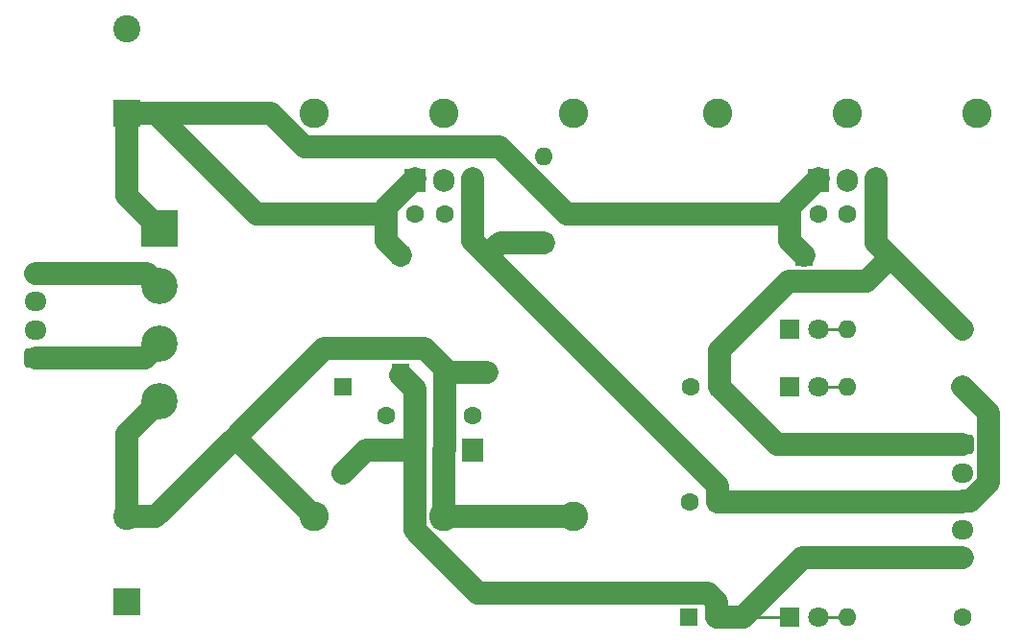
<source format=gtl>
G04 #@! TF.GenerationSoftware,KiCad,Pcbnew,(6.0.11)*
G04 #@! TF.CreationDate,2023-02-03T17:13:14+09:00*
G04 #@! TF.ProjectId,12V_Dual_5V_PSU,3132565f-4475-4616-9c5f-35565f505355,Ver. 1.1*
G04 #@! TF.SameCoordinates,Original*
G04 #@! TF.FileFunction,Copper,L1,Top*
G04 #@! TF.FilePolarity,Positive*
%FSLAX46Y46*%
G04 Gerber Fmt 4.6, Leading zero omitted, Abs format (unit mm)*
G04 Created by KiCad (PCBNEW (6.0.11)) date 2023-02-03 17:13:14*
%MOMM*%
%LPD*%
G01*
G04 APERTURE LIST*
G04 Aperture macros list*
%AMRoundRect*
0 Rectangle with rounded corners*
0 $1 Rounding radius*
0 $2 $3 $4 $5 $6 $7 $8 $9 X,Y pos of 4 corners*
0 Add a 4 corners polygon primitive as box body*
4,1,4,$2,$3,$4,$5,$6,$7,$8,$9,$2,$3,0*
0 Add four circle primitives for the rounded corners*
1,1,$1+$1,$2,$3*
1,1,$1+$1,$4,$5*
1,1,$1+$1,$6,$7*
1,1,$1+$1,$8,$9*
0 Add four rect primitives between the rounded corners*
20,1,$1+$1,$2,$3,$4,$5,0*
20,1,$1+$1,$4,$5,$6,$7,0*
20,1,$1+$1,$6,$7,$8,$9,0*
20,1,$1+$1,$8,$9,$2,$3,0*%
G04 Aperture macros list end*
G04 #@! TA.AperFunction,ComponentPad*
%ADD10C,1.600000*%
G04 #@! TD*
G04 #@! TA.AperFunction,ComponentPad*
%ADD11R,1.600000X1.600000*%
G04 #@! TD*
G04 #@! TA.AperFunction,ComponentPad*
%ADD12O,1.600000X1.600000*%
G04 #@! TD*
G04 #@! TA.AperFunction,ComponentPad*
%ADD13R,3.200000X3.200000*%
G04 #@! TD*
G04 #@! TA.AperFunction,ComponentPad*
%ADD14C,3.200000*%
G04 #@! TD*
G04 #@! TA.AperFunction,ComponentPad*
%ADD15RoundRect,0.250000X-0.725000X0.600000X-0.725000X-0.600000X0.725000X-0.600000X0.725000X0.600000X0*%
G04 #@! TD*
G04 #@! TA.AperFunction,ComponentPad*
%ADD16O,1.950000X1.700000*%
G04 #@! TD*
G04 #@! TA.AperFunction,ComponentPad*
%ADD17R,1.905000X2.000000*%
G04 #@! TD*
G04 #@! TA.AperFunction,ComponentPad*
%ADD18O,1.905000X2.000000*%
G04 #@! TD*
G04 #@! TA.AperFunction,ComponentPad*
%ADD19C,2.600000*%
G04 #@! TD*
G04 #@! TA.AperFunction,ComponentPad*
%ADD20RoundRect,0.250000X0.725000X-0.600000X0.725000X0.600000X-0.725000X0.600000X-0.725000X-0.600000X0*%
G04 #@! TD*
G04 #@! TA.AperFunction,ComponentPad*
%ADD21R,1.800000X1.800000*%
G04 #@! TD*
G04 #@! TA.AperFunction,ComponentPad*
%ADD22C,1.800000*%
G04 #@! TD*
G04 #@! TA.AperFunction,ComponentPad*
%ADD23R,2.400000X2.400000*%
G04 #@! TD*
G04 #@! TA.AperFunction,ComponentPad*
%ADD24C,2.400000*%
G04 #@! TD*
G04 #@! TA.AperFunction,Conductor*
%ADD25C,2.000000*%
G04 #@! TD*
G04 #@! TA.AperFunction,Conductor*
%ADD26C,0.250000*%
G04 #@! TD*
G04 APERTURE END LIST*
D10*
X167640000Y-90170000D03*
X170140000Y-90170000D03*
D11*
X133350000Y-104140000D03*
D12*
X140970000Y-104140000D03*
D10*
X182880000Y-100330000D03*
D12*
X172720000Y-100330000D03*
D11*
X168900000Y-93980000D03*
D12*
X176520000Y-93980000D03*
D13*
X112110000Y-91410000D03*
D14*
X112110000Y-96490000D03*
X112110000Y-101570000D03*
X112110000Y-106650000D03*
D15*
X182880000Y-110490000D03*
D16*
X182880000Y-112990000D03*
X182880000Y-115490000D03*
X182880000Y-117990000D03*
X182880000Y-120490000D03*
D10*
X182880000Y-105410000D03*
D12*
X172720000Y-105410000D03*
D11*
X145900000Y-92710000D03*
D12*
X145900000Y-85090000D03*
D11*
X161400000Y-105410000D03*
D10*
X158900000Y-105410000D03*
D17*
X134620000Y-87195000D03*
D18*
X137160000Y-87195000D03*
X139700000Y-87195000D03*
D10*
X175220000Y-90170000D03*
X172720000Y-90170000D03*
D19*
X172720000Y-81280000D03*
X161290000Y-81280000D03*
X184150000Y-81280000D03*
D20*
X101170000Y-102870000D03*
D16*
X101170000Y-100370000D03*
X101170000Y-97870000D03*
X101170000Y-95370000D03*
D10*
X132080000Y-90170000D03*
X134580000Y-90170000D03*
D11*
X161290000Y-115570000D03*
D10*
X158790000Y-115570000D03*
D11*
X128270000Y-105410000D03*
D12*
X128270000Y-113030000D03*
D21*
X167640000Y-105410000D03*
D22*
X170180000Y-105410000D03*
D10*
X139700000Y-107950000D03*
X137200000Y-107950000D03*
X139700000Y-90170000D03*
X137200000Y-90170000D03*
D17*
X139700000Y-110998000D03*
D18*
X137160000Y-110998000D03*
X134620000Y-110998000D03*
D23*
X109220000Y-124340000D03*
D24*
X109220000Y-116840000D03*
D19*
X137160000Y-81280000D03*
X125730000Y-81280000D03*
X148590000Y-81280000D03*
D21*
X167640000Y-100330000D03*
D22*
X170180000Y-100330000D03*
D11*
X158690000Y-125730000D03*
D10*
X161190000Y-125730000D03*
D17*
X170180000Y-87155000D03*
D18*
X172720000Y-87155000D03*
X175260000Y-87155000D03*
D23*
X109220000Y-81280000D03*
D24*
X109220000Y-73780000D03*
D19*
X137160000Y-116840000D03*
X148590000Y-116840000D03*
X125730000Y-116840000D03*
D10*
X182880000Y-125730000D03*
D12*
X172720000Y-125730000D03*
D11*
X133350000Y-93830000D03*
D12*
X140970000Y-93830000D03*
D21*
X167640000Y-125730000D03*
D22*
X170180000Y-125730000D03*
D10*
X132080000Y-107950000D03*
X134580000Y-107950000D03*
D25*
X167640000Y-92520000D02*
X168900000Y-93780000D01*
X120650000Y-90170000D02*
X111760000Y-81280000D01*
X132080000Y-89535000D02*
X134620000Y-86995000D01*
X167640000Y-90170000D02*
X167640000Y-89595000D01*
X167640000Y-90170000D02*
X167640000Y-92520000D01*
X111760000Y-81280000D02*
X121920000Y-81280000D01*
X148010151Y-90170000D02*
X167640000Y-90170000D01*
X142060302Y-84220151D02*
X148010151Y-90170000D01*
X109220000Y-81280000D02*
X109220000Y-88520000D01*
X132080000Y-90170000D02*
X132080000Y-89535000D01*
X132080000Y-90170000D02*
X120650000Y-90170000D01*
X109220000Y-81280000D02*
X111760000Y-81280000D01*
X124860151Y-84220151D02*
X142060302Y-84220151D01*
X121920000Y-81280000D02*
X124860151Y-84220151D01*
X132080000Y-90170000D02*
X132080000Y-92560000D01*
X132080000Y-92560000D02*
X133350000Y-93830000D01*
X167640000Y-89595000D02*
X170180000Y-87055000D01*
X109220000Y-88520000D02*
X112110000Y-91410000D01*
X135450000Y-102040000D02*
X137200000Y-103790000D01*
X137240000Y-104140000D02*
X137200000Y-104180000D01*
X109220000Y-109540000D02*
X112110000Y-106650000D01*
X137200000Y-107950000D02*
X137200000Y-110958000D01*
X111760000Y-116840000D02*
X118745000Y-109855000D01*
X137160000Y-116840000D02*
X148590000Y-116840000D01*
X109220000Y-116840000D02*
X111760000Y-116840000D01*
X118745000Y-109855000D02*
X126560000Y-102040000D01*
X137200000Y-110958000D02*
X137160000Y-110998000D01*
X137160000Y-110998000D02*
X137160000Y-116840000D01*
X140970000Y-104140000D02*
X137240000Y-104140000D01*
X126560000Y-102040000D02*
X135450000Y-102040000D01*
X137200000Y-103790000D02*
X137200000Y-104180000D01*
X137200000Y-104180000D02*
X137200000Y-107950000D01*
X109220000Y-116840000D02*
X109220000Y-109540000D01*
X125730000Y-116840000D02*
X118745000Y-109855000D01*
X175260000Y-87055000D02*
X175260000Y-90130000D01*
X176520000Y-93980000D02*
X174420000Y-96080000D01*
X161400000Y-102170000D02*
X161400000Y-105410000D01*
X174420000Y-96080000D02*
X167490000Y-96080000D01*
X175220000Y-90170000D02*
X175220000Y-92680000D01*
X175220000Y-92680000D02*
X176520000Y-93980000D01*
X175260000Y-90130000D02*
X175220000Y-90170000D01*
X176530000Y-93980000D02*
X182880000Y-100330000D01*
X176520000Y-93980000D02*
X176530000Y-93980000D01*
X166480000Y-110490000D02*
X182880000Y-110490000D01*
X167490000Y-96080000D02*
X161400000Y-102170000D01*
X161400000Y-105410000D02*
X166480000Y-110490000D01*
X142090000Y-92710000D02*
X140970000Y-93830000D01*
X185180000Y-107710000D02*
X185180000Y-113855559D01*
X140970000Y-93830000D02*
X161290000Y-114150000D01*
X183545559Y-115490000D02*
X182880000Y-115490000D01*
X145900000Y-92710000D02*
X142090000Y-92710000D01*
X161290000Y-114150000D02*
X161290000Y-115570000D01*
X139700000Y-92560000D02*
X140970000Y-93830000D01*
X182800000Y-115570000D02*
X182880000Y-115490000D01*
X139700000Y-90170000D02*
X139700000Y-92560000D01*
X139700000Y-86995000D02*
X139700000Y-90170000D01*
X161290000Y-115570000D02*
X182800000Y-115570000D01*
X185180000Y-113855559D02*
X183545559Y-115490000D01*
X182880000Y-105410000D02*
X185180000Y-107710000D01*
X134580000Y-110958000D02*
X134620000Y-110998000D01*
X130302000Y-110998000D02*
X128270000Y-113030000D01*
X134620000Y-110998000D02*
X134560000Y-111058000D01*
X160460000Y-123630000D02*
X161190000Y-124360000D01*
X134580000Y-105570000D02*
X133350000Y-104340000D01*
X134580000Y-107950000D02*
X134580000Y-105570000D01*
X134580000Y-107950000D02*
X134580000Y-110958000D01*
X168750000Y-120490000D02*
X182880000Y-120490000D01*
D26*
X167640000Y-125730000D02*
X163510000Y-125730000D01*
D25*
X134560000Y-118050000D02*
X140140000Y-123630000D01*
X163510000Y-125730000D02*
X168750000Y-120490000D01*
X161190000Y-124360000D02*
X161190000Y-125730000D01*
X134560000Y-111058000D02*
X134560000Y-118050000D01*
X134620000Y-110998000D02*
X130302000Y-110998000D01*
X140140000Y-123630000D02*
X160460000Y-123630000D01*
X161190000Y-125730000D02*
X163510000Y-125730000D01*
X101170000Y-95370000D02*
X110990000Y-95370000D01*
X110990000Y-95370000D02*
X112110000Y-96490000D01*
X110810000Y-102870000D02*
X112110000Y-101570000D01*
X101170000Y-102870000D02*
X110810000Y-102870000D01*
D26*
X170180000Y-100330000D02*
X172720000Y-100330000D01*
X170180000Y-105410000D02*
X172720000Y-105410000D01*
X170180000Y-125730000D02*
X172720000Y-125730000D01*
M02*

</source>
